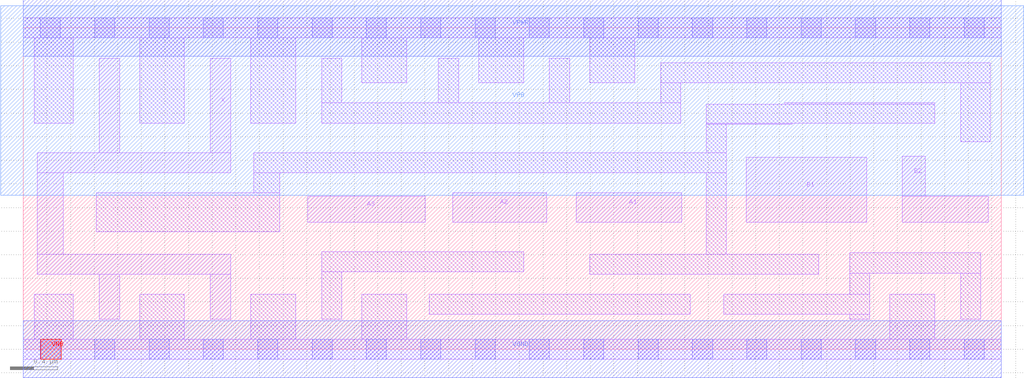
<source format=lef>
# Copyright 2020 The SkyWater PDK Authors
#
# Licensed under the Apache License, Version 2.0 (the "License");
# you may not use this file except in compliance with the License.
# You may obtain a copy of the License at
#
#     https://www.apache.org/licenses/LICENSE-2.0
#
# Unless required by applicable law or agreed to in writing, software
# distributed under the License is distributed on an "AS IS" BASIS,
# WITHOUT WARRANTIES OR CONDITIONS OF ANY KIND, either express or implied.
# See the License for the specific language governing permissions and
# limitations under the License.
#
# SPDX-License-Identifier: Apache-2.0

VERSION 5.7 ;
  NOWIREEXTENSIONATPIN ON ;
  DIVIDERCHAR "/" ;
  BUSBITCHARS "[]" ;
PROPERTYDEFINITIONS
  MACRO maskLayoutSubType STRING ;
  MACRO prCellType STRING ;
  MACRO originalViewName STRING ;
END PROPERTYDEFINITIONS
MACRO sky130_fd_sc_hdll__a32o_4
  CLASS CORE ;
  FOREIGN sky130_fd_sc_hdll__a32o_4 ;
  ORIGIN  0.000000  0.000000 ;
  SIZE  8.280000 BY  2.720000 ;
  SYMMETRY X Y R90 ;
  SITE unithd ;
  PIN A1
    ANTENNAGATEAREA  0.555000 ;
    DIRECTION INPUT ;
    USE SIGNAL ;
    PORT
      LAYER li1 ;
        RECT 4.680000 1.075000 5.575000 1.325000 ;
    END
  END A1
  PIN A2
    ANTENNAGATEAREA  0.555000 ;
    DIRECTION INPUT ;
    USE SIGNAL ;
    PORT
      LAYER li1 ;
        RECT 3.635000 1.075000 4.430000 1.325000 ;
    END
  END A2
  PIN A3
    ANTENNAGATEAREA  0.555000 ;
    DIRECTION INPUT ;
    USE SIGNAL ;
    PORT
      LAYER li1 ;
        RECT 2.410000 1.075000 3.405000 1.295000 ;
    END
  END A3
  PIN B1
    ANTENNAGATEAREA  0.555000 ;
    DIRECTION INPUT ;
    USE SIGNAL ;
    PORT
      LAYER li1 ;
        RECT 6.120000 1.075000 7.140000 1.625000 ;
    END
  END B1
  PIN B2
    ANTENNAGATEAREA  0.555000 ;
    DIRECTION INPUT ;
    USE SIGNAL ;
    PORT
      LAYER li1 ;
        RECT 7.440000 1.075000 8.170000 1.295000 ;
        RECT 7.440000 1.295000 7.635000 1.635000 ;
    END
  END B2
  PIN X
    ANTENNADIFFAREA  1.028500 ;
    DIRECTION OUTPUT ;
    USE SIGNAL ;
    PORT
      LAYER li1 ;
        RECT 0.120000 0.635000 1.755000 0.805000 ;
        RECT 0.120000 0.805000 0.340000 1.495000 ;
        RECT 0.120000 1.495000 1.755000 1.665000 ;
        RECT 0.645000 0.255000 0.815000 0.635000 ;
        RECT 0.645000 1.665000 0.815000 2.465000 ;
        RECT 1.585000 0.255000 1.755000 0.635000 ;
        RECT 1.585000 1.665000 1.755000 2.465000 ;
    END
  END X
  PIN VGND
    DIRECTION INOUT ;
    USE GROUND ;
    PORT
      LAYER met1 ;
        RECT 0.000000 -0.240000 8.280000 0.240000 ;
    END
  END VGND
  PIN VNB
    DIRECTION INOUT ;
    USE GROUND ;
    PORT
      LAYER pwell ;
        RECT 0.150000 -0.085000 0.320000 0.085000 ;
    END
  END VNB
  PIN VPB
    DIRECTION INOUT ;
    USE POWER ;
    PORT
      LAYER nwell ;
        RECT -0.190000 1.305000 8.470000 2.910000 ;
    END
  END VPB
  PIN VPWR
    DIRECTION INOUT ;
    USE POWER ;
    PORT
      LAYER met1 ;
        RECT 0.000000 2.480000 8.280000 2.960000 ;
    END
  END VPWR
  OBS
    LAYER li1 ;
      RECT 0.000000 -0.085000 8.280000 0.085000 ;
      RECT 0.000000  2.635000 8.280000 2.805000 ;
      RECT 0.095000  0.085000 0.425000 0.465000 ;
      RECT 0.095000  1.915000 0.425000 2.635000 ;
      RECT 0.620000  0.995000 2.170000 1.325000 ;
      RECT 0.985000  0.085000 1.365000 0.465000 ;
      RECT 0.985000  1.915000 1.365000 2.635000 ;
      RECT 1.925000  0.085000 2.305000 0.465000 ;
      RECT 1.925000  1.915000 2.305000 2.635000 ;
      RECT 1.950000  1.325000 2.170000 1.495000 ;
      RECT 1.950000  1.495000 5.950000 1.665000 ;
      RECT 2.525000  0.255000 2.695000 0.655000 ;
      RECT 2.525000  0.655000 4.235000 0.825000 ;
      RECT 2.525000  1.915000 5.565000 2.085000 ;
      RECT 2.525000  2.085000 2.695000 2.465000 ;
      RECT 2.865000  0.085000 3.245000 0.465000 ;
      RECT 2.865000  2.255000 3.245000 2.635000 ;
      RECT 3.435000  0.295000 5.645000 0.465000 ;
      RECT 3.515000  2.085000 3.685000 2.465000 ;
      RECT 3.855000  2.255000 4.235000 2.635000 ;
      RECT 4.455000  2.085000 4.625000 2.465000 ;
      RECT 4.795000  0.635000 6.735000 0.805000 ;
      RECT 4.795000  2.255000 5.175000 2.635000 ;
      RECT 5.395000  2.085000 5.565000 2.255000 ;
      RECT 5.395000  2.255000 8.185000 2.425000 ;
      RECT 5.780000  0.805000 5.950000 1.495000 ;
      RECT 5.780000  1.665000 5.950000 1.905000 ;
      RECT 5.780000  1.905000 6.510000 1.915000 ;
      RECT 5.780000  1.915000 7.715000 2.075000 ;
      RECT 5.930000  0.295000 7.165000 0.465000 ;
      RECT 6.445000  2.075000 7.715000 2.085000 ;
      RECT 6.995000  0.255000 7.165000 0.295000 ;
      RECT 6.995000  0.465000 7.165000 0.645000 ;
      RECT 6.995000  0.645000 8.105000 0.815000 ;
      RECT 7.335000  0.085000 7.715000 0.465000 ;
      RECT 7.935000  0.255000 8.105000 0.645000 ;
      RECT 7.935000  1.755000 8.185000 2.255000 ;
    LAYER mcon ;
      RECT 0.145000 -0.085000 0.315000 0.085000 ;
      RECT 0.145000  2.635000 0.315000 2.805000 ;
      RECT 0.605000 -0.085000 0.775000 0.085000 ;
      RECT 0.605000  2.635000 0.775000 2.805000 ;
      RECT 1.065000 -0.085000 1.235000 0.085000 ;
      RECT 1.065000  2.635000 1.235000 2.805000 ;
      RECT 1.525000 -0.085000 1.695000 0.085000 ;
      RECT 1.525000  2.635000 1.695000 2.805000 ;
      RECT 1.985000 -0.085000 2.155000 0.085000 ;
      RECT 1.985000  2.635000 2.155000 2.805000 ;
      RECT 2.445000 -0.085000 2.615000 0.085000 ;
      RECT 2.445000  2.635000 2.615000 2.805000 ;
      RECT 2.905000 -0.085000 3.075000 0.085000 ;
      RECT 2.905000  2.635000 3.075000 2.805000 ;
      RECT 3.365000 -0.085000 3.535000 0.085000 ;
      RECT 3.365000  2.635000 3.535000 2.805000 ;
      RECT 3.825000 -0.085000 3.995000 0.085000 ;
      RECT 3.825000  2.635000 3.995000 2.805000 ;
      RECT 4.285000 -0.085000 4.455000 0.085000 ;
      RECT 4.285000  2.635000 4.455000 2.805000 ;
      RECT 4.745000 -0.085000 4.915000 0.085000 ;
      RECT 4.745000  2.635000 4.915000 2.805000 ;
      RECT 5.205000 -0.085000 5.375000 0.085000 ;
      RECT 5.205000  2.635000 5.375000 2.805000 ;
      RECT 5.665000 -0.085000 5.835000 0.085000 ;
      RECT 5.665000  2.635000 5.835000 2.805000 ;
      RECT 6.125000 -0.085000 6.295000 0.085000 ;
      RECT 6.125000  2.635000 6.295000 2.805000 ;
      RECT 6.585000 -0.085000 6.755000 0.085000 ;
      RECT 6.585000  2.635000 6.755000 2.805000 ;
      RECT 7.045000 -0.085000 7.215000 0.085000 ;
      RECT 7.045000  2.635000 7.215000 2.805000 ;
      RECT 7.505000 -0.085000 7.675000 0.085000 ;
      RECT 7.505000  2.635000 7.675000 2.805000 ;
      RECT 7.965000 -0.085000 8.135000 0.085000 ;
      RECT 7.965000  2.635000 8.135000 2.805000 ;
  END
  PROPERTY maskLayoutSubType "abstract" ;
  PROPERTY prCellType "standard" ;
  PROPERTY originalViewName "layout" ;
END sky130_fd_sc_hdll__a32o_4
END LIBRARY

</source>
